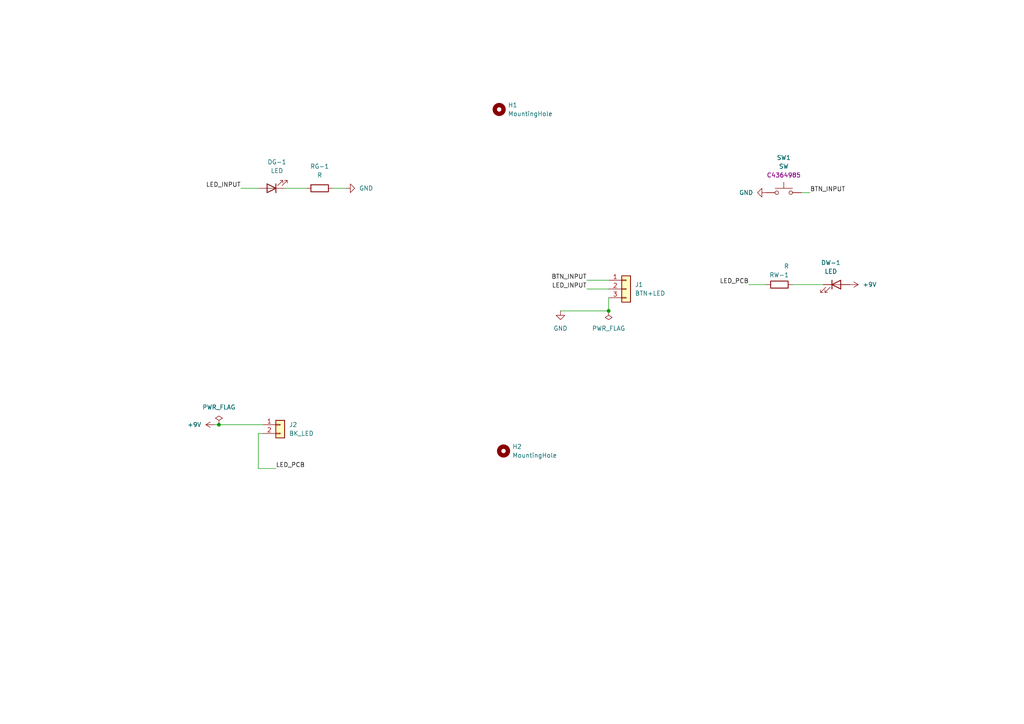
<source format=kicad_sch>
(kicad_sch (version 20231120) (generator "eeschema") (generator_version "8.0")
  (paper "A4")
  (lib_symbols
    (symbol "Connector_Generic:Conn_01x02" (pin_names (offset 1.016) hide)
      (property "Reference" "J" (at 0 2.54 0))
      (property "Value" "Conn_01x02" (at 0 -5.08 0))
      (symbol "Conn_01x02_1_1"
        (rectangle (start -1.27 -2.413) (end 0 -2.667) (stroke (width 0.1524)))
        (rectangle (start -1.27 0.127) (end 0 -0.127) (stroke (width 0.1524)))
        (rectangle (start -1.27 1.27) (end 1.27 -3.81) (stroke (width 0.254)) (fill (type background)))
        (pin passive line (at -5.08 0 0) (length 3.81) (name "Pin_1") (number "1"))
        (pin passive line (at -5.08 -2.54 0) (length 3.81) (name "Pin_2") (number "2"))
      )
    )
    (symbol "Connector_Generic:Conn_01x03" (pin_names (offset 1.016) hide)
      (property "Reference" "J" (at 0 5.08 0))
      (property "Value" "Conn_01x03" (at 0 -5.08 0))
      (symbol "Conn_01x03_1_1"
        (rectangle (start -1.27 -2.413) (end 0 -2.667) (stroke (width 0.1524)))
        (rectangle (start -1.27 0.127) (end 0 -0.127) (stroke (width 0.1524)))
        (rectangle (start -1.27 2.667) (end 0 2.413) (stroke (width 0.1524)))
        (rectangle (start -1.27 3.81) (end 1.27 -3.81) (stroke (width 0.254)) (fill (type background)))
        (pin passive line (at -5.08 2.54 0) (length 3.81) (name "Pin_1") (number "1"))
        (pin passive line (at -5.08 0 0) (length 3.81) (name "Pin_2") (number "2"))
        (pin passive line (at -5.08 -2.54 0) (length 3.81) (name "Pin_3") (number "3"))
      )
    )
    (symbol "Device:LED" (pin_numbers hide) (pin_names (offset 1.016) hide)
      (property "Reference" "D" (at 0 2.54 0))
      (property "Value" "LED" (at 0 -2.54 0))
      (symbol "LED_0_1"
        (polyline (pts (xy -1.27 -1.27) (xy -1.27 1.27)) (stroke (width 0.254)))
        (polyline (pts (xy -1.27 0) (xy 1.27 0)))
        (polyline (pts (xy 1.27 -1.27) (xy 1.27 1.27) (xy -1.27 0) (xy 1.27 -1.27)) (stroke (width 0.254)))
        (polyline (pts (xy -3.048 -0.762) (xy -4.572 -2.286) (xy -3.81 -2.286) (xy -4.572 -2.286) (xy -4.572 -1.524)))
        (polyline (pts (xy -1.778 -0.762) (xy -3.302 -2.286) (xy -2.54 -2.286) (xy -3.302 -2.286) (xy -3.302 -1.524)))
      )
      (symbol "LED_1_1"
        (pin passive line (at -3.81 0 0) (length 2.54) (name "K") (number "1"))
        (pin passive line (at 3.81 0 180) (length 2.54) (name "A") (number "2"))
      )
    )
    (symbol "Device:R" (pin_numbers hide) (pin_names (offset 0))
      (property "Reference" "R" (at 2.032 0 90))
      (property "Value" "R" (at 0 0 90))
      (symbol "R_0_1"
        (rectangle (start -1.016 -2.54) (end 1.016 2.54) (stroke (width 0.254)))
      )
      (symbol "R_1_1"
        (pin passive line (at 0 3.81 270) (length 1.27) (name "~") (number "1"))
        (pin passive line (at 0 -3.81 90) (length 1.27) (name "~") (number "2"))
      )
    )
    (symbol "Mechanical:MountingHole" (pin_names (offset 1.016))
      (property "Reference" "H" (at 0 5.08 0))
      (property "Value" "MountingHole" (at 0 3.175 0))
      (symbol "MountingHole_0_1"
        (circle (center 0 0) (radius 1.27) (stroke (width 1.27)))
      )
    )
    (symbol "Switch:SW_Push" (pin_numbers hide) (pin_names (offset 1.016) hide)
      (property "Reference" "SW" (at 1.27 2.54 0))
      (property "Value" "SW_Push" (at 0 -1.524 0))
      (symbol "SW_Push_0_1"
        (circle (center -2.032 0) (radius 0.508))
        (polyline (pts (xy 0 1.27) (xy 0 3.048)))
        (polyline (pts (xy 2.54 1.27) (xy -2.54 1.27)))
        (circle (center 2.032 0) (radius 0.508))
        (pin passive line (at -5.08 0 0) (length 2.54) (name "1") (number "1"))
        (pin passive line (at 5.08 0 180) (length 2.54) (name "2") (number "2"))
      )
    )
    (symbol "power:+9V" (power) (pin_names (offset 0))
      (property "Value" "+9V" (at 0 3.556 0))
      (symbol "+9V_0_1"
        (polyline (pts (xy -0.762 1.27) (xy 0 2.54)))
        (polyline (pts (xy 0 0) (xy 0 2.54)))
        (polyline (pts (xy 0 2.54) (xy 0.762 1.27)))
      )
      (symbol "+9V_1_1"
        (pin power_in line (at 0 0 90) (length 0) hide (name "+9V") (number "1"))
      )
    )
    (symbol "power:GND" (power) (pin_names (offset 0))
      (property "Value" "GND" (at 0 -3.81 0))
      (symbol "GND_0_1"
        (polyline (pts (xy 0 0) (xy 0 -1.27) (xy 1.27 -1.27) (xy 0 -2.54) (xy -1.27 -1.27) (xy 0 -1.27)))
      )
      (symbol "GND_1_1"
        (pin power_in line (at 0 0 270) (length 0) hide (name "GND") (number "1"))
      )
    )
    (symbol "power:PWR_FLAG" (power) (pin_numbers hide) (pin_names (offset 0) hide)
      (property "Value" "PWR_FLAG" (at 0 3.81 0))
      (symbol "PWR_FLAG_0_0"
        (pin power_out line (at 0 0 90) (length 0) (name "pwr") (number "1"))
      )
      (symbol "PWR_FLAG_0_1"
        (polyline (pts (xy 0 0) (xy 0 1.27) (xy -1.016 1.905) (xy 0 2.54) (xy 1.016 1.905) (xy 0 1.27)))
      )
    )
  )
  (junction (at 63.5 123.19))
  (junction (at 176.53 90.17))
  (wire (pts (xy 96.52 54.61) (xy 100.33 54.61)))
  (wire (pts (xy 176.53 90.17) (xy 176.53 86.36)))
  (wire (pts (xy 162.56 90.17) (xy 176.53 90.17)))
  (wire (pts (xy 74.93 125.73) (xy 76.2 125.73)))
  (wire (pts (xy 170.18 81.28) (xy 176.53 81.28)))
  (wire (pts (xy 234.95 55.88) (xy 232.41 55.88)))
  (wire (pts (xy 229.87 82.55) (xy 238.76 82.55)))
  (wire (pts (xy 62.23 123.19) (xy 63.5 123.19)))
  (wire (pts (xy 170.18 83.82) (xy 176.53 83.82)))
  (wire (pts (xy 69.85 54.61) (xy 74.93 54.61)))
  (wire (pts (xy 74.93 125.73) (xy 74.93 135.89)))
  (wire (pts (xy 63.5 123.19) (xy 76.2 123.19)))
  (wire (pts (xy 82.55 54.61) (xy 88.9 54.61)))
  (wire (pts (xy 74.93 135.89) (xy 80.01 135.89)))
  (wire (pts (xy 222.25 82.55) (xy 217.17 82.55)))
  (label "LED_PCB" (at 80.01 135.89 0))
  (label "BTN_INPUT" (at 170.18 81.28 180))
  (label "LED_INPUT" (at 69.85 54.61 180))
  (label "LED_PCB" (at 217.17 82.55 180))
  (label "LED_INPUT" (at 170.18 83.82 180))
  (label "BTN_INPUT" (at 234.95 55.88 0))
  (symbol (lib_id "Device:LED") (at 78.74 54.61 180) (unit 1)
    (property "Reference" "DG-1" (at 80.3275 46.99 0))
    (property "Value" "LED" (at 80.3275 49.53 0))
    (property "Footprint" "LED_SMD:LED_1206_3216Metric_Pad1.42x1.75mm_HandSolder" (effects (hide yes)))
  )
  (symbol (lib_id "Device:R") (at 92.71 54.61 90) (unit 1)
    (property "Reference" "RG-1" (at 92.71 48.26 90))
    (property "Value" "R" (at 92.71 50.8 90))
    (property "Footprint" "Resistor_SMD:R_1206_3216Metric_Pad1.30x1.75mm_HandSolder" (effects (hide yes)))
  )
  (symbol (lib_id "Mechanical:MountingHole") (at 144.78 31.75 0) (unit 1)
    (property "Reference" "H1" (at 147.32 30.48 0) (effects (justify left)))
    (property "Value" "MountingHole" (at 147.32 33.02 0) (effects (justify left)))
    (property "Footprint" "MountingHole:MountingHole_2.5mm_Pad_TopBottom" (effects (hide yes)))
  )
  (symbol (lib_id "Connector_Generic:Conn_01x02") (at 81.28 123.19 0) (unit 1)
    (property "Reference" "J2" (at 83.82 123.1899 0) (effects (justify left)))
    (property "Value" "BK_LED" (at 83.82 125.7299 0) (effects (justify left)))
    (property "Footprint" "Connector_PinHeader_2.54mm:PinHeader_1x02_P2.54mm_Vertical" (effects (hide yes)))
  )
  (symbol (lib_id "Mechanical:MountingHole") (at 146.05 130.81 0) (unit 1)
    (property "Reference" "H2" (at 148.59 129.54 0) (effects (justify left)))
    (property "Value" "MountingHole" (at 148.59 132.08 0) (effects (justify left)))
    (property "Footprint" "MountingHole:MountingHole_2.5mm_Pad_TopBottom" (effects (hide yes)))
  )
  (symbol (lib_id "Connector_Generic:Conn_01x03") (at 181.61 83.82 0) (unit 1)
    (property "Reference" "J1" (at 184.15 82.55 0) (effects (justify left)))
    (property "Value" "BTN+LED" (at 184.15 85.09 0) (effects (justify left)))
    (property "Footprint" "Connector_PinHeader_2.54mm:PinHeader_1x03_P2.54mm_Vertical" (effects (hide yes)))
  )
  (symbol (lib_id "Device:R") (at 226.06 82.55 90) (unit 1)
    (property "Reference" "RW-1" (at 228.854 79.756 90) (effects (justify left)))
    (property "Value" "R" (at 228.854 77.216 90) (effects (justify left)))
    (property "Footprint" "Resistor_SMD:R_1206_3216Metric_Pad1.30x1.75mm_HandSolder" (effects (hide yes)))
  )
  (symbol (lib_id "power:+9V") (at 62.23 123.19 90) (unit 1)
    (property "Reference" "#PWR02" (effects (hide yes)))
    (property "Value" "+9V" (at 58.42 123.19 90) (effects (justify left)))
  )
  (symbol (lib_id "power:GND") (at 162.56 90.17 0) (unit 1)
    (property "Reference" "#PWR07" (effects (hide yes)))
    (property "Value" "GND" (at 162.56 95.25 0))
  )
  (symbol (lib_id "Switch:SW_Push") (at 227.33 55.88 0) (unit 1)
    (property "Reference" "SW1" (at 227.33 45.72 0))
    (property "Value" "SW" (at 227.33 48.26 0))
    (property "Footprint" "Button_Switch_THT:SW_PUSH_1P1T_6x3.5mm_H4.3_APEM_MJTP1243" (effects (hide yes)))
    (property "Description" "Push button switch, generic, two pins" (effects (hide yes)))
    (property "LCSC Part #" "C4364985" (at 227.33 50.8 0))
  )
  (symbol (lib_id "power:GND") (at 100.33 54.61 90) (unit 1)
    (property "Reference" "#PWR05" (effects (hide yes)))
    (property "Value" "GND" (at 104.14 54.61 90) (effects (justify right)))
  )
  (symbol (lib_id "power:+9V") (at 246.38 82.55 270) (unit 1)
    (property "Reference" "#PWR03" (effects (hide yes)))
    (property "Value" "+9V" (at 250.19 82.5499 90) (effects (justify left)))
  )
  (symbol (lib_id "power:GND") (at 222.25 55.88 270) (unit 1)
    (property "Reference" "#PWR01" (effects (hide yes)))
    (property "Value" "GND" (at 218.44 55.8799 90) (effects (justify right)))
  )
  (symbol (lib_id "power:PWR_FLAG") (at 176.53 90.17 180) (unit 1)
    (property "Reference" "#FLG02" (effects (hide yes)))
    (property "Value" "PWR_FLAG" (at 176.53 95.25 0))
  )
  (symbol (lib_id "Device:LED") (at 242.57 82.55 0) (unit 1)
    (property "Reference" "DW-1" (at 240.9825 76.2 0))
    (property "Value" "LED" (at 240.9825 78.74 0))
    (property "Footprint" "LED_SMD:LED_1206_3216Metric_Pad1.42x1.75mm_HandSolder" (effects (hide yes)))
  )
  (symbol (lib_id "power:PWR_FLAG") (at 63.5 123.19 0) (unit 1)
    (property "Reference" "#FLG01" (effects (hide yes)))
    (property "Value" "PWR_FLAG" (at 63.5 118.11 0))
  )
)
</source>
